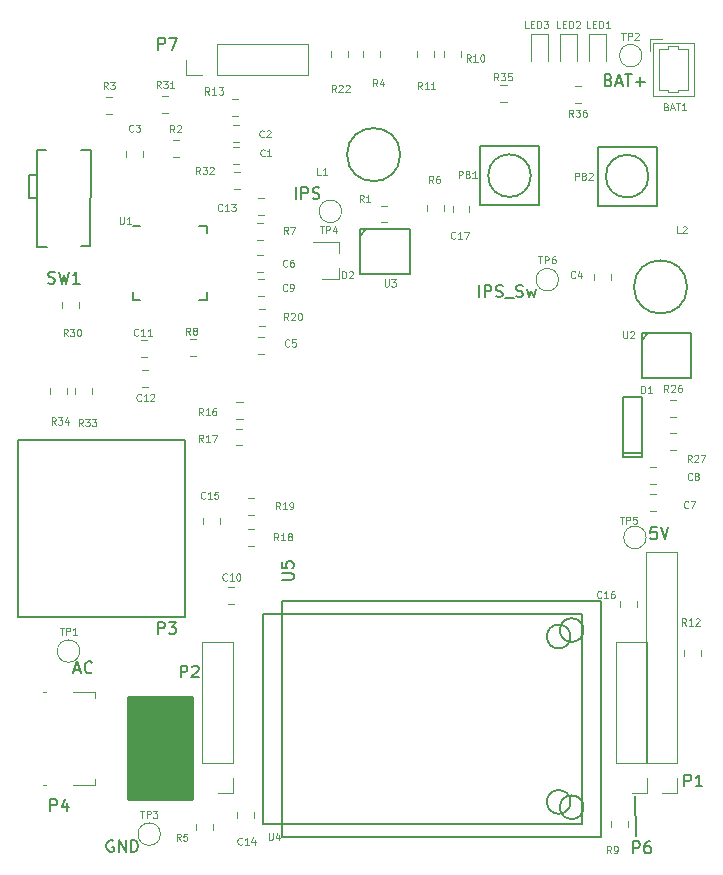
<source format=gbr>
G04 #@! TF.GenerationSoftware,KiCad,Pcbnew,(6.0.0-rc1-dev-1413-ga48e89956)*
G04 #@! TF.CreationDate,2019-10-25T09:50:34-06:00
G04 #@! TF.ProjectId,HAT_ver_5.1,4841545f-7665-4725-9f35-2e312e6b6963,5.1.1*
G04 #@! TF.SameCoordinates,Original*
G04 #@! TF.FileFunction,Legend,Top*
G04 #@! TF.FilePolarity,Positive*
%FSLAX46Y46*%
G04 Gerber Fmt 4.6, Leading zero omitted, Abs format (unit mm)*
G04 Created by KiCad (PCBNEW (6.0.0-rc1-dev-1413-ga48e89956)) date Friday, October 25, 2019 at 09:50:34 AM*
%MOMM*%
%LPD*%
G04 APERTURE LIST*
%ADD10C,0.150000*%
%ADD11C,0.120000*%
%ADD12C,0.100000*%
%ADD13C,0.254000*%
G04 APERTURE END LIST*
D10*
X166857657Y-86736180D02*
X166857657Y-85736180D01*
X167333847Y-86736180D02*
X167333847Y-85736180D01*
X167714800Y-85736180D01*
X167810038Y-85783800D01*
X167857657Y-85831419D01*
X167905276Y-85926657D01*
X167905276Y-86069514D01*
X167857657Y-86164752D01*
X167810038Y-86212371D01*
X167714800Y-86259990D01*
X167333847Y-86259990D01*
X168286228Y-86688561D02*
X168429085Y-86736180D01*
X168667180Y-86736180D01*
X168762419Y-86688561D01*
X168810038Y-86640942D01*
X168857657Y-86545704D01*
X168857657Y-86450466D01*
X168810038Y-86355228D01*
X168762419Y-86307609D01*
X168667180Y-86259990D01*
X168476704Y-86212371D01*
X168381466Y-86164752D01*
X168333847Y-86117133D01*
X168286228Y-86021895D01*
X168286228Y-85926657D01*
X168333847Y-85831419D01*
X168381466Y-85783800D01*
X168476704Y-85736180D01*
X168714800Y-85736180D01*
X168857657Y-85783800D01*
X169048133Y-86831419D02*
X169810038Y-86831419D01*
X170000514Y-86688561D02*
X170143371Y-86736180D01*
X170381466Y-86736180D01*
X170476704Y-86688561D01*
X170524323Y-86640942D01*
X170571942Y-86545704D01*
X170571942Y-86450466D01*
X170524323Y-86355228D01*
X170476704Y-86307609D01*
X170381466Y-86259990D01*
X170190990Y-86212371D01*
X170095752Y-86164752D01*
X170048133Y-86117133D01*
X170000514Y-86021895D01*
X170000514Y-85926657D01*
X170048133Y-85831419D01*
X170095752Y-85783800D01*
X170190990Y-85736180D01*
X170429085Y-85736180D01*
X170571942Y-85783800D01*
X170905276Y-86069514D02*
X171095752Y-86736180D01*
X171286228Y-86259990D01*
X171476704Y-86736180D01*
X171667180Y-86069514D01*
X180162200Y-132334000D02*
X180086000Y-128955800D01*
X151347609Y-78430380D02*
X151347609Y-77430380D01*
X151823800Y-78430380D02*
X151823800Y-77430380D01*
X152204752Y-77430380D01*
X152299990Y-77478000D01*
X152347609Y-77525619D01*
X152395228Y-77620857D01*
X152395228Y-77763714D01*
X152347609Y-77858952D01*
X152299990Y-77906571D01*
X152204752Y-77954190D01*
X151823800Y-77954190D01*
X152776180Y-78382761D02*
X152919038Y-78430380D01*
X153157133Y-78430380D01*
X153252371Y-78382761D01*
X153299990Y-78335142D01*
X153347609Y-78239904D01*
X153347609Y-78144666D01*
X153299990Y-78049428D01*
X153252371Y-78001809D01*
X153157133Y-77954190D01*
X152966657Y-77906571D01*
X152871419Y-77858952D01*
X152823800Y-77811333D01*
X152776180Y-77716095D01*
X152776180Y-77620857D01*
X152823800Y-77525619D01*
X152871419Y-77478000D01*
X152966657Y-77430380D01*
X153204752Y-77430380D01*
X153347609Y-77478000D01*
X135890095Y-132773800D02*
X135794857Y-132726180D01*
X135652000Y-132726180D01*
X135509142Y-132773800D01*
X135413904Y-132869038D01*
X135366285Y-132964276D01*
X135318666Y-133154752D01*
X135318666Y-133297609D01*
X135366285Y-133488085D01*
X135413904Y-133583323D01*
X135509142Y-133678561D01*
X135652000Y-133726180D01*
X135747238Y-133726180D01*
X135890095Y-133678561D01*
X135937714Y-133630942D01*
X135937714Y-133297609D01*
X135747238Y-133297609D01*
X136366285Y-133726180D02*
X136366285Y-132726180D01*
X136937714Y-133726180D01*
X136937714Y-132726180D01*
X137413904Y-133726180D02*
X137413904Y-132726180D01*
X137652000Y-132726180D01*
X137794857Y-132773800D01*
X137890095Y-132869038D01*
X137937714Y-132964276D01*
X137985333Y-133154752D01*
X137985333Y-133297609D01*
X137937714Y-133488085D01*
X137890095Y-133583323D01*
X137794857Y-133678561D01*
X137652000Y-133726180D01*
X137413904Y-133726180D01*
X177839857Y-68356171D02*
X177982714Y-68403790D01*
X178030333Y-68451409D01*
X178077952Y-68546647D01*
X178077952Y-68689504D01*
X178030333Y-68784742D01*
X177982714Y-68832361D01*
X177887476Y-68879980D01*
X177506523Y-68879980D01*
X177506523Y-67879980D01*
X177839857Y-67879980D01*
X177935095Y-67927600D01*
X177982714Y-67975219D01*
X178030333Y-68070457D01*
X178030333Y-68165695D01*
X177982714Y-68260933D01*
X177935095Y-68308552D01*
X177839857Y-68356171D01*
X177506523Y-68356171D01*
X178458904Y-68594266D02*
X178935095Y-68594266D01*
X178363666Y-68879980D02*
X178697000Y-67879980D01*
X179030333Y-68879980D01*
X179220809Y-67879980D02*
X179792238Y-67879980D01*
X179506523Y-68879980D02*
X179506523Y-67879980D01*
X180125571Y-68499028D02*
X180887476Y-68499028D01*
X180506523Y-68879980D02*
X180506523Y-68118076D01*
X132611904Y-118302066D02*
X133088095Y-118302066D01*
X132516666Y-118587780D02*
X132850000Y-117587780D01*
X133183333Y-118587780D01*
X134088095Y-118492542D02*
X134040476Y-118540161D01*
X133897619Y-118587780D01*
X133802380Y-118587780D01*
X133659523Y-118540161D01*
X133564285Y-118444923D01*
X133516666Y-118349685D01*
X133469047Y-118159209D01*
X133469047Y-118016352D01*
X133516666Y-117825876D01*
X133564285Y-117730638D01*
X133659523Y-117635400D01*
X133802380Y-117587780D01*
X133897619Y-117587780D01*
X134040476Y-117635400D01*
X134088095Y-117683019D01*
X181902123Y-106233980D02*
X181425933Y-106233980D01*
X181378314Y-106710171D01*
X181425933Y-106662552D01*
X181521171Y-106614933D01*
X181759266Y-106614933D01*
X181854504Y-106662552D01*
X181902123Y-106710171D01*
X181949742Y-106805409D01*
X181949742Y-107043504D01*
X181902123Y-107138742D01*
X181854504Y-107186361D01*
X181759266Y-107233980D01*
X181521171Y-107233980D01*
X181425933Y-107186361D01*
X181378314Y-107138742D01*
X182235457Y-106233980D02*
X182568790Y-107233980D01*
X182902123Y-106233980D01*
X177203000Y-132428000D02*
X177203000Y-112428000D01*
X150203000Y-132428000D02*
X177203000Y-132428000D01*
X150203000Y-112428000D02*
X150203000Y-132428000D01*
X177203000Y-112428000D02*
X150203000Y-112428000D01*
X175703000Y-129928000D02*
G75*
G03X175703000Y-129928000I-1000000J0D01*
G01*
X175703000Y-114928000D02*
G75*
G03X175703000Y-114928000I-1000000J0D01*
G01*
D11*
X159110178Y-78995200D02*
X158593022Y-78995200D01*
X159110178Y-80415200D02*
X158593022Y-80415200D01*
X166038600Y-79504278D02*
X166038600Y-78987122D01*
X164618600Y-79504278D02*
X164618600Y-78987122D01*
D10*
X174602800Y-129478800D02*
G75*
G03X174602800Y-129478800I-1000000J0D01*
G01*
X174602800Y-115478800D02*
G75*
G03X174602800Y-115478800I-1000000J0D01*
G01*
X162302800Y-113578800D02*
X175602800Y-113578800D01*
X175602800Y-113578800D02*
X175602800Y-131378800D01*
X175602800Y-131378800D02*
X148602800Y-131378800D01*
X148602800Y-131378800D02*
X148602800Y-113578800D01*
X148602800Y-113578800D02*
X162302800Y-113578800D01*
D11*
X183651200Y-108312000D02*
X180991200Y-108312000D01*
X183651200Y-126152000D02*
X183651200Y-108312000D01*
X180991200Y-126152000D02*
X180991200Y-108312000D01*
X183651200Y-126152000D02*
X180991200Y-126152000D01*
X183651200Y-127422000D02*
X183651200Y-128752000D01*
X183651200Y-128752000D02*
X182321200Y-128752000D01*
D10*
X129424400Y-76384400D02*
X128724400Y-76384400D01*
X128724400Y-76384400D02*
X128724400Y-78384400D01*
X128724400Y-78384400D02*
X129324400Y-78384400D01*
X129424400Y-82384400D02*
X129424400Y-82484400D01*
X129424400Y-82484400D02*
X130324400Y-82484400D01*
X130224400Y-74284400D02*
X129424400Y-74284400D01*
X129424400Y-74284400D02*
X129424400Y-82384400D01*
X133124400Y-74284400D02*
X134024400Y-74284400D01*
X134024400Y-74284400D02*
X133924400Y-82384400D01*
X133924400Y-82384400D02*
X133124400Y-82384400D01*
X171239576Y-76454000D02*
G75*
G03X171239576Y-76454000I-1802776J0D01*
G01*
X166936800Y-78954000D02*
X166936800Y-73954000D01*
X166936800Y-73954000D02*
X171936800Y-73954000D01*
X171936800Y-73954000D02*
X171936800Y-78954000D01*
X171936800Y-78954000D02*
X166936800Y-78954000D01*
X181127600Y-89794000D02*
X180627600Y-90394000D01*
X180627600Y-89794000D02*
X184827600Y-89794000D01*
X184827600Y-89794000D02*
X184827600Y-93594000D01*
X184827600Y-93594000D02*
X180627600Y-93594000D01*
X180627600Y-93594000D02*
X180627600Y-89794000D01*
X157302400Y-81005600D02*
X156802400Y-81605600D01*
X156802400Y-81005600D02*
X161002400Y-81005600D01*
X161002400Y-81005600D02*
X161002400Y-84805600D01*
X161002400Y-84805600D02*
X156802400Y-84805600D01*
X156802400Y-84805600D02*
X156802400Y-81005600D01*
X160187200Y-74676000D02*
G75*
G03X160187200Y-74676000I-2250000J0D01*
G01*
X180682800Y-99858400D02*
X180682800Y-100258400D01*
X180682800Y-100258400D02*
X179082800Y-100258400D01*
X179082800Y-100258400D02*
X179082800Y-99858400D01*
X180682800Y-99958400D02*
X179082800Y-99958400D01*
X180682800Y-95158400D02*
X180682800Y-99858400D01*
X179082800Y-99858400D02*
X179082800Y-95158400D01*
X179082800Y-95158400D02*
X180682800Y-95158400D01*
X143790200Y-80695000D02*
X143790200Y-81295000D01*
X137540200Y-86945000D02*
X137540200Y-86345000D01*
X143790200Y-86945000D02*
X143790200Y-86345000D01*
X137540200Y-80695000D02*
X138140200Y-80695000D01*
X137540200Y-86945000D02*
X138140200Y-86945000D01*
X143790200Y-86945000D02*
X143190200Y-86945000D01*
X143790200Y-80695000D02*
X143190200Y-80695000D01*
X141935200Y-113817400D02*
X127838200Y-113817400D01*
X127838200Y-98831400D02*
X141935200Y-98831400D01*
X141935200Y-113817400D02*
X141935200Y-98831400D01*
X127838200Y-113817400D02*
X127838200Y-98831400D01*
D11*
X181111200Y-115932000D02*
X178451200Y-115932000D01*
X181111200Y-126152000D02*
X181111200Y-115932000D01*
X178451200Y-126152000D02*
X178451200Y-115932000D01*
X181111200Y-126152000D02*
X178451200Y-126152000D01*
X181111200Y-127422000D02*
X181111200Y-128752000D01*
X181111200Y-128752000D02*
X179781200Y-128752000D01*
X146059200Y-115932000D02*
X143399200Y-115932000D01*
X146059200Y-126152000D02*
X146059200Y-115932000D01*
X143399200Y-126152000D02*
X143399200Y-115932000D01*
X146059200Y-126152000D02*
X143399200Y-126152000D01*
X146059200Y-127422000D02*
X146059200Y-128752000D01*
X146059200Y-128752000D02*
X144729200Y-128752000D01*
X185040000Y-65212000D02*
X181620000Y-65212000D01*
X181620000Y-65212000D02*
X181620000Y-69682000D01*
X181620000Y-69682000D02*
X185040000Y-69682000D01*
X185040000Y-69682000D02*
X185040000Y-65212000D01*
X182130000Y-67447000D02*
X182130000Y-65722000D01*
X182130000Y-65722000D02*
X182880000Y-65722000D01*
X182880000Y-65722000D02*
X182880000Y-65522000D01*
X182880000Y-65522000D02*
X183680000Y-65522000D01*
X183680000Y-65522000D02*
X183680000Y-65722000D01*
X183680000Y-65722000D02*
X184530000Y-65722000D01*
X184530000Y-65722000D02*
X184530000Y-67447000D01*
X182130000Y-67447000D02*
X182130000Y-69172000D01*
X182130000Y-69172000D02*
X182880000Y-69172000D01*
X182880000Y-69172000D02*
X182880000Y-69372000D01*
X182880000Y-69372000D02*
X183680000Y-69372000D01*
X183680000Y-69372000D02*
X183680000Y-69172000D01*
X183680000Y-69172000D02*
X184530000Y-69172000D01*
X184530000Y-69172000D02*
X184530000Y-67447000D01*
X181330000Y-64922000D02*
X182330000Y-64922000D01*
X181330000Y-64922000D02*
X181330000Y-65922000D01*
X144347000Y-131336522D02*
X144347000Y-131853678D01*
X142927000Y-131336522D02*
X142927000Y-131853678D01*
X163879600Y-79478878D02*
X163879600Y-78961722D01*
X162459600Y-79478878D02*
X162459600Y-78961722D01*
X155004800Y-85196800D02*
X155004800Y-84266800D01*
X155004800Y-82036800D02*
X155004800Y-82966800D01*
X155004800Y-82036800D02*
X152844800Y-82036800D01*
X155004800Y-85196800D02*
X153544800Y-85196800D01*
X133055400Y-116713000D02*
G75*
G03X133055400Y-116713000I-950000J0D01*
G01*
X180655000Y-66294000D02*
G75*
G03X180655000Y-66294000I-950000J0D01*
G01*
X139888000Y-132207000D02*
G75*
G03X139888000Y-132207000I-950000J0D01*
G01*
X155229600Y-79476600D02*
G75*
G03X155229600Y-79476600I-950000J0D01*
G01*
X181010600Y-107086400D02*
G75*
G03X181010600Y-107086400I-950000J0D01*
G01*
X184227400Y-117123978D02*
X184227400Y-116606822D01*
X185647400Y-117123978D02*
X185647400Y-116606822D01*
X146020022Y-74067600D02*
X146537178Y-74067600D01*
X146020022Y-75487600D02*
X146537178Y-75487600D01*
X146020022Y-72188000D02*
X146537178Y-72188000D01*
X146020022Y-73608000D02*
X146537178Y-73608000D01*
X138428800Y-74366622D02*
X138428800Y-74883778D01*
X137008800Y-74366622D02*
X137008800Y-74883778D01*
X176632800Y-84745822D02*
X176632800Y-85262978D01*
X178052800Y-84745822D02*
X178052800Y-85262978D01*
X148629378Y-90120400D02*
X148112222Y-90120400D01*
X148629378Y-91540400D02*
X148112222Y-91540400D01*
X148543778Y-83160800D02*
X148026622Y-83160800D01*
X148543778Y-84580800D02*
X148026622Y-84580800D01*
X181351422Y-104850000D02*
X181868578Y-104850000D01*
X181351422Y-103430000D02*
X181868578Y-103430000D01*
X181351422Y-101144000D02*
X181868578Y-101144000D01*
X181351422Y-102564000D02*
X181868578Y-102564000D01*
X148680178Y-86663600D02*
X148163022Y-86663600D01*
X148680178Y-85243600D02*
X148163022Y-85243600D01*
X146156178Y-111304000D02*
X145639022Y-111304000D01*
X146156178Y-112724000D02*
X145639022Y-112724000D01*
X138764778Y-91794400D02*
X138247622Y-91794400D01*
X138764778Y-90374400D02*
X138247622Y-90374400D01*
X138875778Y-92914400D02*
X138358622Y-92914400D01*
X138875778Y-94334400D02*
X138358622Y-94334400D01*
X148680178Y-79754800D02*
X148163022Y-79754800D01*
X148680178Y-78334800D02*
X148163022Y-78334800D01*
X146406800Y-130297422D02*
X146406800Y-130814578D01*
X147826800Y-130297422D02*
X147826800Y-130814578D01*
X143511200Y-105973378D02*
X143511200Y-105456222D01*
X144931200Y-105973378D02*
X144931200Y-105456222D01*
X141431778Y-74878000D02*
X140914622Y-74878000D01*
X141431778Y-73458000D02*
X140914622Y-73458000D01*
X135275822Y-69800400D02*
X135792978Y-69800400D01*
X135275822Y-71220400D02*
X135792978Y-71220400D01*
X158444000Y-66425578D02*
X158444000Y-65908422D01*
X157024000Y-66425578D02*
X157024000Y-65908422D01*
X148062222Y-80468400D02*
X148579378Y-80468400D01*
X148062222Y-81888400D02*
X148579378Y-81888400D01*
X142352222Y-90272800D02*
X142869378Y-90272800D01*
X142352222Y-91692800D02*
X142869378Y-91692800D01*
X165302000Y-65883022D02*
X165302000Y-66400178D01*
X163882000Y-65883022D02*
X163882000Y-66400178D01*
X163016000Y-66400178D02*
X163016000Y-65883022D01*
X161596000Y-66400178D02*
X161596000Y-65883022D01*
X146841978Y-97026800D02*
X146324822Y-97026800D01*
X146841978Y-95606800D02*
X146324822Y-95606800D01*
X146816578Y-97867400D02*
X146299422Y-97867400D01*
X146816578Y-99287400D02*
X146299422Y-99287400D01*
X147781778Y-106376400D02*
X147264622Y-106376400D01*
X147781778Y-107796400D02*
X147264622Y-107796400D01*
X147781778Y-105205600D02*
X147264622Y-105205600D01*
X147781778Y-103785600D02*
X147264622Y-103785600D01*
X148731778Y-87732800D02*
X148214622Y-87732800D01*
X148731778Y-89152800D02*
X148214622Y-89152800D01*
X155777000Y-66400178D02*
X155777000Y-65883022D01*
X154357000Y-66400178D02*
X154357000Y-65883022D01*
X183027822Y-95454400D02*
X183544978Y-95454400D01*
X183027822Y-96874400D02*
X183544978Y-96874400D01*
X183544978Y-98248400D02*
X183027822Y-98248400D01*
X183544978Y-99668400D02*
X183027822Y-99668400D01*
X178817200Y-112983778D02*
X178817200Y-112466622D01*
X180237200Y-112983778D02*
X180237200Y-112466622D01*
D10*
X184481800Y-85877400D02*
G75*
G03X184481800Y-85877400I-2250000J0D01*
G01*
X181201576Y-76498000D02*
G75*
G03X181201576Y-76498000I-1802776J0D01*
G01*
X176898800Y-78998000D02*
X176898800Y-73998000D01*
X176898800Y-73998000D02*
X181898800Y-73998000D01*
X181898800Y-73998000D02*
X181898800Y-78998000D01*
X181898800Y-78998000D02*
X176898800Y-78998000D01*
D11*
X178029800Y-131601978D02*
X178029800Y-131084822D01*
X179449800Y-131601978D02*
X179449800Y-131084822D01*
X152358400Y-67954400D02*
X152358400Y-65294400D01*
X144678400Y-67954400D02*
X152358400Y-67954400D01*
X144678400Y-65294400D02*
X152358400Y-65294400D01*
X144678400Y-67954400D02*
X144678400Y-65294400D01*
X143408400Y-67954400D02*
X142078400Y-67954400D01*
X142078400Y-67954400D02*
X142078400Y-66624400D01*
X173593800Y-85267800D02*
G75*
G03X173593800Y-85267800I-950000J0D01*
G01*
X134357200Y-128053800D02*
X134357200Y-127543800D01*
X130167200Y-128053800D02*
X129907200Y-128053800D01*
X134357200Y-128053800D02*
X132447200Y-128053800D01*
X134357200Y-120173800D02*
X134357200Y-120683800D01*
X132447200Y-120173800D02*
X134357200Y-120173800D01*
X129907200Y-120173800D02*
X130167200Y-120173800D01*
X177618600Y-66789200D02*
X177618600Y-64504200D01*
X177618600Y-64504200D02*
X176148600Y-64504200D01*
X176148600Y-64504200D02*
X176148600Y-66789200D01*
X173710200Y-64504200D02*
X173710200Y-66789200D01*
X175180200Y-64504200D02*
X173710200Y-64504200D01*
X175180200Y-66789200D02*
X175180200Y-64504200D01*
X172741800Y-66789200D02*
X172741800Y-64504200D01*
X172741800Y-64504200D02*
X171271800Y-64504200D01*
X171271800Y-64504200D02*
X171271800Y-66789200D01*
X146463278Y-71398200D02*
X145946122Y-71398200D01*
X146463278Y-69978200D02*
X145946122Y-69978200D01*
X133016300Y-87659978D02*
X133016300Y-87142822D01*
X131596300Y-87659978D02*
X131596300Y-87142822D01*
X140048722Y-71118800D02*
X140565878Y-71118800D01*
X140048722Y-69698800D02*
X140565878Y-69698800D01*
X146098522Y-76125000D02*
X146615678Y-76125000D01*
X146098522Y-77545000D02*
X146615678Y-77545000D01*
X132640000Y-94434922D02*
X132640000Y-94952078D01*
X134060000Y-94434922D02*
X134060000Y-94952078D01*
X131951800Y-94430322D02*
X131951800Y-94947478D01*
X130531800Y-94430322D02*
X130531800Y-94947478D01*
X169196278Y-70179000D02*
X168679122Y-70179000D01*
X169196278Y-68759000D02*
X168679122Y-68759000D01*
X175516278Y-68886000D02*
X174999122Y-68886000D01*
X175516278Y-70306000D02*
X174999122Y-70306000D01*
D10*
X150155380Y-110689904D02*
X150964904Y-110689904D01*
X151060142Y-110642285D01*
X151107761Y-110594666D01*
X151155380Y-110499428D01*
X151155380Y-110308952D01*
X151107761Y-110213714D01*
X151060142Y-110166095D01*
X150964904Y-110118476D01*
X150155380Y-110118476D01*
X150155380Y-109166095D02*
X150155380Y-109642285D01*
X150631571Y-109689904D01*
X150583952Y-109642285D01*
X150536333Y-109547047D01*
X150536333Y-109308952D01*
X150583952Y-109213714D01*
X150631571Y-109166095D01*
X150726809Y-109118476D01*
X150964904Y-109118476D01*
X151060142Y-109166095D01*
X151107761Y-109213714D01*
X151155380Y-109308952D01*
X151155380Y-109547047D01*
X151107761Y-109642285D01*
X151060142Y-109689904D01*
D12*
X157100600Y-78681228D02*
X156900600Y-78395514D01*
X156757742Y-78681228D02*
X156757742Y-78081228D01*
X156986314Y-78081228D01*
X157043457Y-78109800D01*
X157072028Y-78138371D01*
X157100600Y-78195514D01*
X157100600Y-78281228D01*
X157072028Y-78338371D01*
X157043457Y-78366942D01*
X156986314Y-78395514D01*
X156757742Y-78395514D01*
X157672028Y-78681228D02*
X157329171Y-78681228D01*
X157500600Y-78681228D02*
X157500600Y-78081228D01*
X157443457Y-78166942D01*
X157386314Y-78224085D01*
X157329171Y-78252657D01*
X164841285Y-81748285D02*
X164812714Y-81776857D01*
X164727000Y-81805428D01*
X164669857Y-81805428D01*
X164584142Y-81776857D01*
X164527000Y-81719714D01*
X164498428Y-81662571D01*
X164469857Y-81548285D01*
X164469857Y-81462571D01*
X164498428Y-81348285D01*
X164527000Y-81291142D01*
X164584142Y-81234000D01*
X164669857Y-81205428D01*
X164727000Y-81205428D01*
X164812714Y-81234000D01*
X164841285Y-81262571D01*
X165412714Y-81805428D02*
X165069857Y-81805428D01*
X165241285Y-81805428D02*
X165241285Y-81205428D01*
X165184142Y-81291142D01*
X165127000Y-81348285D01*
X165069857Y-81376857D01*
X165612714Y-81205428D02*
X166012714Y-81205428D01*
X165755571Y-81805428D01*
X149047257Y-132107028D02*
X149047257Y-132592742D01*
X149075828Y-132649885D01*
X149104400Y-132678457D01*
X149161542Y-132707028D01*
X149275828Y-132707028D01*
X149332971Y-132678457D01*
X149361542Y-132649885D01*
X149390114Y-132592742D01*
X149390114Y-132107028D01*
X149932971Y-132307028D02*
X149932971Y-132707028D01*
X149790114Y-132078457D02*
X149647257Y-132507028D01*
X150018685Y-132507028D01*
D10*
X184250104Y-128163580D02*
X184250104Y-127163580D01*
X184631057Y-127163580D01*
X184726295Y-127211200D01*
X184773914Y-127258819D01*
X184821533Y-127354057D01*
X184821533Y-127496914D01*
X184773914Y-127592152D01*
X184726295Y-127639771D01*
X184631057Y-127687390D01*
X184250104Y-127687390D01*
X185773914Y-128163580D02*
X185202485Y-128163580D01*
X185488200Y-128163580D02*
X185488200Y-127163580D01*
X185392961Y-127306438D01*
X185297723Y-127401676D01*
X185202485Y-127449295D01*
X130391066Y-85545561D02*
X130533923Y-85593180D01*
X130772019Y-85593180D01*
X130867257Y-85545561D01*
X130914876Y-85497942D01*
X130962495Y-85402704D01*
X130962495Y-85307466D01*
X130914876Y-85212228D01*
X130867257Y-85164609D01*
X130772019Y-85116990D01*
X130581542Y-85069371D01*
X130486304Y-85021752D01*
X130438685Y-84974133D01*
X130391066Y-84878895D01*
X130391066Y-84783657D01*
X130438685Y-84688419D01*
X130486304Y-84640800D01*
X130581542Y-84593180D01*
X130819638Y-84593180D01*
X130962495Y-84640800D01*
X131295828Y-84593180D02*
X131533923Y-85593180D01*
X131724400Y-84878895D01*
X131914876Y-85593180D01*
X132152971Y-84593180D01*
X133057733Y-85593180D02*
X132486304Y-85593180D01*
X132772019Y-85593180D02*
X132772019Y-84593180D01*
X132676780Y-84736038D01*
X132581542Y-84831276D01*
X132486304Y-84878895D01*
D12*
X165137942Y-76649228D02*
X165137942Y-76049228D01*
X165366514Y-76049228D01*
X165423657Y-76077800D01*
X165452228Y-76106371D01*
X165480800Y-76163514D01*
X165480800Y-76249228D01*
X165452228Y-76306371D01*
X165423657Y-76334942D01*
X165366514Y-76363514D01*
X165137942Y-76363514D01*
X165937942Y-76334942D02*
X166023657Y-76363514D01*
X166052228Y-76392085D01*
X166080800Y-76449228D01*
X166080800Y-76534942D01*
X166052228Y-76592085D01*
X166023657Y-76620657D01*
X165966514Y-76649228D01*
X165737942Y-76649228D01*
X165737942Y-76049228D01*
X165937942Y-76049228D01*
X165995085Y-76077800D01*
X166023657Y-76106371D01*
X166052228Y-76163514D01*
X166052228Y-76220657D01*
X166023657Y-76277800D01*
X165995085Y-76306371D01*
X165937942Y-76334942D01*
X165737942Y-76334942D01*
X166652228Y-76649228D02*
X166309371Y-76649228D01*
X166480800Y-76649228D02*
X166480800Y-76049228D01*
X166423657Y-76134942D01*
X166366514Y-76192085D01*
X166309371Y-76220657D01*
X179070057Y-89638228D02*
X179070057Y-90123942D01*
X179098628Y-90181085D01*
X179127200Y-90209657D01*
X179184342Y-90238228D01*
X179298628Y-90238228D01*
X179355771Y-90209657D01*
X179384342Y-90181085D01*
X179412914Y-90123942D01*
X179412914Y-89638228D01*
X179670057Y-89695371D02*
X179698628Y-89666800D01*
X179755771Y-89638228D01*
X179898628Y-89638228D01*
X179955771Y-89666800D01*
X179984342Y-89695371D01*
X180012914Y-89752514D01*
X180012914Y-89809657D01*
X179984342Y-89895371D01*
X179641485Y-90238228D01*
X180012914Y-90238228D01*
X158877057Y-85244028D02*
X158877057Y-85729742D01*
X158905628Y-85786885D01*
X158934200Y-85815457D01*
X158991342Y-85844028D01*
X159105628Y-85844028D01*
X159162771Y-85815457D01*
X159191342Y-85786885D01*
X159219914Y-85729742D01*
X159219914Y-85244028D01*
X159448485Y-85244028D02*
X159819914Y-85244028D01*
X159619914Y-85472600D01*
X159705628Y-85472600D01*
X159762771Y-85501171D01*
X159791342Y-85529742D01*
X159819914Y-85586885D01*
X159819914Y-85729742D01*
X159791342Y-85786885D01*
X159762771Y-85815457D01*
X159705628Y-85844028D01*
X159534200Y-85844028D01*
X159477057Y-85815457D01*
X159448485Y-85786885D01*
X153468400Y-76369828D02*
X153182685Y-76369828D01*
X153182685Y-75769828D01*
X153982685Y-76369828D02*
X153639828Y-76369828D01*
X153811257Y-76369828D02*
X153811257Y-75769828D01*
X153754114Y-75855542D01*
X153696971Y-75912685D01*
X153639828Y-75941257D01*
X180608342Y-94861028D02*
X180608342Y-94261028D01*
X180751200Y-94261028D01*
X180836914Y-94289600D01*
X180894057Y-94346742D01*
X180922628Y-94403885D01*
X180951200Y-94518171D01*
X180951200Y-94603885D01*
X180922628Y-94718171D01*
X180894057Y-94775314D01*
X180836914Y-94832457D01*
X180751200Y-94861028D01*
X180608342Y-94861028D01*
X181522628Y-94861028D02*
X181179771Y-94861028D01*
X181351200Y-94861028D02*
X181351200Y-94261028D01*
X181294057Y-94346742D01*
X181236914Y-94403885D01*
X181179771Y-94432457D01*
X136423457Y-79960828D02*
X136423457Y-80446542D01*
X136452028Y-80503685D01*
X136480600Y-80532257D01*
X136537742Y-80560828D01*
X136652028Y-80560828D01*
X136709171Y-80532257D01*
X136737742Y-80503685D01*
X136766314Y-80446542D01*
X136766314Y-79960828D01*
X137366314Y-80560828D02*
X137023457Y-80560828D01*
X137194885Y-80560828D02*
X137194885Y-79960828D01*
X137137742Y-80046542D01*
X137080600Y-80103685D01*
X137023457Y-80132257D01*
D10*
X139673104Y-115260380D02*
X139673104Y-114260380D01*
X140054057Y-114260380D01*
X140149295Y-114308000D01*
X140196914Y-114355619D01*
X140244533Y-114450857D01*
X140244533Y-114593714D01*
X140196914Y-114688952D01*
X140149295Y-114736571D01*
X140054057Y-114784190D01*
X139673104Y-114784190D01*
X140577866Y-114260380D02*
X141196914Y-114260380D01*
X140863580Y-114641333D01*
X141006438Y-114641333D01*
X141101676Y-114688952D01*
X141149295Y-114736571D01*
X141196914Y-114831809D01*
X141196914Y-115069904D01*
X141149295Y-115165142D01*
X141101676Y-115212761D01*
X141006438Y-115260380D01*
X140720723Y-115260380D01*
X140625485Y-115212761D01*
X140577866Y-115165142D01*
X179906704Y-133827780D02*
X179906704Y-132827780D01*
X180287657Y-132827780D01*
X180382895Y-132875400D01*
X180430514Y-132923019D01*
X180478133Y-133018257D01*
X180478133Y-133161114D01*
X180430514Y-133256352D01*
X180382895Y-133303971D01*
X180287657Y-133351590D01*
X179906704Y-133351590D01*
X181335276Y-132827780D02*
X181144800Y-132827780D01*
X181049561Y-132875400D01*
X181001942Y-132923019D01*
X180906704Y-133065876D01*
X180859085Y-133256352D01*
X180859085Y-133637304D01*
X180906704Y-133732542D01*
X180954323Y-133780161D01*
X181049561Y-133827780D01*
X181240038Y-133827780D01*
X181335276Y-133780161D01*
X181382895Y-133732542D01*
X181430514Y-133637304D01*
X181430514Y-133399209D01*
X181382895Y-133303971D01*
X181335276Y-133256352D01*
X181240038Y-133208733D01*
X181049561Y-133208733D01*
X180954323Y-133256352D01*
X180906704Y-133303971D01*
X180859085Y-133399209D01*
X141603504Y-118943380D02*
X141603504Y-117943380D01*
X141984457Y-117943380D01*
X142079695Y-117991000D01*
X142127314Y-118038619D01*
X142174933Y-118133857D01*
X142174933Y-118276714D01*
X142127314Y-118371952D01*
X142079695Y-118419571D01*
X141984457Y-118467190D01*
X141603504Y-118467190D01*
X142555885Y-118038619D02*
X142603504Y-117991000D01*
X142698742Y-117943380D01*
X142936838Y-117943380D01*
X143032076Y-117991000D01*
X143079695Y-118038619D01*
X143127314Y-118133857D01*
X143127314Y-118229095D01*
X143079695Y-118371952D01*
X142508266Y-118943380D01*
X143127314Y-118943380D01*
D12*
X182710228Y-70619942D02*
X182795942Y-70648514D01*
X182824514Y-70677085D01*
X182853085Y-70734228D01*
X182853085Y-70819942D01*
X182824514Y-70877085D01*
X182795942Y-70905657D01*
X182738800Y-70934228D01*
X182510228Y-70934228D01*
X182510228Y-70334228D01*
X182710228Y-70334228D01*
X182767371Y-70362800D01*
X182795942Y-70391371D01*
X182824514Y-70448514D01*
X182824514Y-70505657D01*
X182795942Y-70562800D01*
X182767371Y-70591371D01*
X182710228Y-70619942D01*
X182510228Y-70619942D01*
X183081657Y-70762800D02*
X183367371Y-70762800D01*
X183024514Y-70934228D02*
X183224514Y-70334228D01*
X183424514Y-70934228D01*
X183538800Y-70334228D02*
X183881657Y-70334228D01*
X183710228Y-70934228D02*
X183710228Y-70334228D01*
X184395942Y-70934228D02*
X184053085Y-70934228D01*
X184224514Y-70934228D02*
X184224514Y-70334228D01*
X184167371Y-70419942D01*
X184110228Y-70477085D01*
X184053085Y-70505657D01*
X141606600Y-132757828D02*
X141406600Y-132472114D01*
X141263742Y-132757828D02*
X141263742Y-132157828D01*
X141492314Y-132157828D01*
X141549457Y-132186400D01*
X141578028Y-132214971D01*
X141606600Y-132272114D01*
X141606600Y-132357828D01*
X141578028Y-132414971D01*
X141549457Y-132443542D01*
X141492314Y-132472114D01*
X141263742Y-132472114D01*
X142149457Y-132157828D02*
X141863742Y-132157828D01*
X141835171Y-132443542D01*
X141863742Y-132414971D01*
X141920885Y-132386400D01*
X142063742Y-132386400D01*
X142120885Y-132414971D01*
X142149457Y-132443542D01*
X142178028Y-132500685D01*
X142178028Y-132643542D01*
X142149457Y-132700685D01*
X142120885Y-132729257D01*
X142063742Y-132757828D01*
X141920885Y-132757828D01*
X141863742Y-132729257D01*
X141835171Y-132700685D01*
X162993400Y-77081028D02*
X162793400Y-76795314D01*
X162650542Y-77081028D02*
X162650542Y-76481028D01*
X162879114Y-76481028D01*
X162936257Y-76509600D01*
X162964828Y-76538171D01*
X162993400Y-76595314D01*
X162993400Y-76681028D01*
X162964828Y-76738171D01*
X162936257Y-76766742D01*
X162879114Y-76795314D01*
X162650542Y-76795314D01*
X163507685Y-76481028D02*
X163393400Y-76481028D01*
X163336257Y-76509600D01*
X163307685Y-76538171D01*
X163250542Y-76623885D01*
X163221971Y-76738171D01*
X163221971Y-76966742D01*
X163250542Y-77023885D01*
X163279114Y-77052457D01*
X163336257Y-77081028D01*
X163450542Y-77081028D01*
X163507685Y-77052457D01*
X163536257Y-77023885D01*
X163564828Y-76966742D01*
X163564828Y-76823885D01*
X163536257Y-76766742D01*
X163507685Y-76738171D01*
X163450542Y-76709600D01*
X163336257Y-76709600D01*
X163279114Y-76738171D01*
X163250542Y-76766742D01*
X163221971Y-76823885D01*
X155284542Y-85158228D02*
X155284542Y-84558228D01*
X155427400Y-84558228D01*
X155513114Y-84586800D01*
X155570257Y-84643942D01*
X155598828Y-84701085D01*
X155627400Y-84815371D01*
X155627400Y-84901085D01*
X155598828Y-85015371D01*
X155570257Y-85072514D01*
X155513114Y-85129657D01*
X155427400Y-85158228D01*
X155284542Y-85158228D01*
X155855971Y-84615371D02*
X155884542Y-84586800D01*
X155941685Y-84558228D01*
X156084542Y-84558228D01*
X156141685Y-84586800D01*
X156170257Y-84615371D01*
X156198828Y-84672514D01*
X156198828Y-84729657D01*
X156170257Y-84815371D01*
X155827400Y-85158228D01*
X156198828Y-85158228D01*
X131348257Y-114736428D02*
X131691114Y-114736428D01*
X131519685Y-115336428D02*
X131519685Y-114736428D01*
X131891114Y-115336428D02*
X131891114Y-114736428D01*
X132119685Y-114736428D01*
X132176828Y-114765000D01*
X132205400Y-114793571D01*
X132233971Y-114850714D01*
X132233971Y-114936428D01*
X132205400Y-114993571D01*
X132176828Y-115022142D01*
X132119685Y-115050714D01*
X131891114Y-115050714D01*
X132805400Y-115336428D02*
X132462542Y-115336428D01*
X132633971Y-115336428D02*
X132633971Y-114736428D01*
X132576828Y-114822142D01*
X132519685Y-114879285D01*
X132462542Y-114907857D01*
X178922457Y-64339828D02*
X179265314Y-64339828D01*
X179093885Y-64939828D02*
X179093885Y-64339828D01*
X179465314Y-64939828D02*
X179465314Y-64339828D01*
X179693885Y-64339828D01*
X179751028Y-64368400D01*
X179779600Y-64396971D01*
X179808171Y-64454114D01*
X179808171Y-64539828D01*
X179779600Y-64596971D01*
X179751028Y-64625542D01*
X179693885Y-64654114D01*
X179465314Y-64654114D01*
X180036742Y-64396971D02*
X180065314Y-64368400D01*
X180122457Y-64339828D01*
X180265314Y-64339828D01*
X180322457Y-64368400D01*
X180351028Y-64396971D01*
X180379600Y-64454114D01*
X180379600Y-64511257D01*
X180351028Y-64596971D01*
X180008171Y-64939828D01*
X180379600Y-64939828D01*
X138180857Y-130230428D02*
X138523714Y-130230428D01*
X138352285Y-130830428D02*
X138352285Y-130230428D01*
X138723714Y-130830428D02*
X138723714Y-130230428D01*
X138952285Y-130230428D01*
X139009428Y-130259000D01*
X139038000Y-130287571D01*
X139066571Y-130344714D01*
X139066571Y-130430428D01*
X139038000Y-130487571D01*
X139009428Y-130516142D01*
X138952285Y-130544714D01*
X138723714Y-130544714D01*
X139266571Y-130230428D02*
X139638000Y-130230428D01*
X139438000Y-130459000D01*
X139523714Y-130459000D01*
X139580857Y-130487571D01*
X139609428Y-130516142D01*
X139638000Y-130573285D01*
X139638000Y-130716142D01*
X139609428Y-130773285D01*
X139580857Y-130801857D01*
X139523714Y-130830428D01*
X139352285Y-130830428D01*
X139295142Y-130801857D01*
X139266571Y-130773285D01*
X153370057Y-80722828D02*
X153712914Y-80722828D01*
X153541485Y-81322828D02*
X153541485Y-80722828D01*
X153912914Y-81322828D02*
X153912914Y-80722828D01*
X154141485Y-80722828D01*
X154198628Y-80751400D01*
X154227200Y-80779971D01*
X154255771Y-80837114D01*
X154255771Y-80922828D01*
X154227200Y-80979971D01*
X154198628Y-81008542D01*
X154141485Y-81037114D01*
X153912914Y-81037114D01*
X154770057Y-80922828D02*
X154770057Y-81322828D01*
X154627200Y-80694257D02*
X154484342Y-81122828D01*
X154855771Y-81122828D01*
X178770057Y-105335428D02*
X179112914Y-105335428D01*
X178941485Y-105935428D02*
X178941485Y-105335428D01*
X179312914Y-105935428D02*
X179312914Y-105335428D01*
X179541485Y-105335428D01*
X179598628Y-105364000D01*
X179627200Y-105392571D01*
X179655771Y-105449714D01*
X179655771Y-105535428D01*
X179627200Y-105592571D01*
X179598628Y-105621142D01*
X179541485Y-105649714D01*
X179312914Y-105649714D01*
X180198628Y-105335428D02*
X179912914Y-105335428D01*
X179884342Y-105621142D01*
X179912914Y-105592571D01*
X179970057Y-105564000D01*
X180112914Y-105564000D01*
X180170057Y-105592571D01*
X180198628Y-105621142D01*
X180227200Y-105678285D01*
X180227200Y-105821142D01*
X180198628Y-105878285D01*
X180170057Y-105906857D01*
X180112914Y-105935428D01*
X179970057Y-105935428D01*
X179912914Y-105906857D01*
X179884342Y-105878285D01*
X184399285Y-114546028D02*
X184199285Y-114260314D01*
X184056428Y-114546028D02*
X184056428Y-113946028D01*
X184285000Y-113946028D01*
X184342142Y-113974600D01*
X184370714Y-114003171D01*
X184399285Y-114060314D01*
X184399285Y-114146028D01*
X184370714Y-114203171D01*
X184342142Y-114231742D01*
X184285000Y-114260314D01*
X184056428Y-114260314D01*
X184970714Y-114546028D02*
X184627857Y-114546028D01*
X184799285Y-114546028D02*
X184799285Y-113946028D01*
X184742142Y-114031742D01*
X184685000Y-114088885D01*
X184627857Y-114117457D01*
X185199285Y-114003171D02*
X185227857Y-113974600D01*
X185285000Y-113946028D01*
X185427857Y-113946028D01*
X185485000Y-113974600D01*
X185513571Y-114003171D01*
X185542142Y-114060314D01*
X185542142Y-114117457D01*
X185513571Y-114203171D01*
X185170714Y-114546028D01*
X185542142Y-114546028D01*
X148718600Y-74763285D02*
X148690028Y-74791857D01*
X148604314Y-74820428D01*
X148547171Y-74820428D01*
X148461457Y-74791857D01*
X148404314Y-74734714D01*
X148375742Y-74677571D01*
X148347171Y-74563285D01*
X148347171Y-74477571D01*
X148375742Y-74363285D01*
X148404314Y-74306142D01*
X148461457Y-74249000D01*
X148547171Y-74220428D01*
X148604314Y-74220428D01*
X148690028Y-74249000D01*
X148718600Y-74277571D01*
X149290028Y-74820428D02*
X148947171Y-74820428D01*
X149118600Y-74820428D02*
X149118600Y-74220428D01*
X149061457Y-74306142D01*
X149004314Y-74363285D01*
X148947171Y-74391857D01*
X148642400Y-73163085D02*
X148613828Y-73191657D01*
X148528114Y-73220228D01*
X148470971Y-73220228D01*
X148385257Y-73191657D01*
X148328114Y-73134514D01*
X148299542Y-73077371D01*
X148270971Y-72963085D01*
X148270971Y-72877371D01*
X148299542Y-72763085D01*
X148328114Y-72705942D01*
X148385257Y-72648800D01*
X148470971Y-72620228D01*
X148528114Y-72620228D01*
X148613828Y-72648800D01*
X148642400Y-72677371D01*
X148870971Y-72677371D02*
X148899542Y-72648800D01*
X148956685Y-72620228D01*
X149099542Y-72620228D01*
X149156685Y-72648800D01*
X149185257Y-72677371D01*
X149213828Y-72734514D01*
X149213828Y-72791657D01*
X149185257Y-72877371D01*
X148842400Y-73220228D01*
X149213828Y-73220228D01*
X137593400Y-72680485D02*
X137564828Y-72709057D01*
X137479114Y-72737628D01*
X137421971Y-72737628D01*
X137336257Y-72709057D01*
X137279114Y-72651914D01*
X137250542Y-72594771D01*
X137221971Y-72480485D01*
X137221971Y-72394771D01*
X137250542Y-72280485D01*
X137279114Y-72223342D01*
X137336257Y-72166200D01*
X137421971Y-72137628D01*
X137479114Y-72137628D01*
X137564828Y-72166200D01*
X137593400Y-72194771D01*
X137793400Y-72137628D02*
X138164828Y-72137628D01*
X137964828Y-72366200D01*
X138050542Y-72366200D01*
X138107685Y-72394771D01*
X138136257Y-72423342D01*
X138164828Y-72480485D01*
X138164828Y-72623342D01*
X138136257Y-72680485D01*
X138107685Y-72709057D01*
X138050542Y-72737628D01*
X137879114Y-72737628D01*
X137821971Y-72709057D01*
X137793400Y-72680485D01*
X174982200Y-85075685D02*
X174953628Y-85104257D01*
X174867914Y-85132828D01*
X174810771Y-85132828D01*
X174725057Y-85104257D01*
X174667914Y-85047114D01*
X174639342Y-84989971D01*
X174610771Y-84875685D01*
X174610771Y-84789971D01*
X174639342Y-84675685D01*
X174667914Y-84618542D01*
X174725057Y-84561400D01*
X174810771Y-84532828D01*
X174867914Y-84532828D01*
X174953628Y-84561400D01*
X174982200Y-84589971D01*
X175496485Y-84732828D02*
X175496485Y-85132828D01*
X175353628Y-84504257D02*
X175210771Y-84932828D01*
X175582200Y-84932828D01*
X150801400Y-90866885D02*
X150772828Y-90895457D01*
X150687114Y-90924028D01*
X150629971Y-90924028D01*
X150544257Y-90895457D01*
X150487114Y-90838314D01*
X150458542Y-90781171D01*
X150429971Y-90666885D01*
X150429971Y-90581171D01*
X150458542Y-90466885D01*
X150487114Y-90409742D01*
X150544257Y-90352600D01*
X150629971Y-90324028D01*
X150687114Y-90324028D01*
X150772828Y-90352600D01*
X150801400Y-90381171D01*
X151344257Y-90324028D02*
X151058542Y-90324028D01*
X151029971Y-90609742D01*
X151058542Y-90581171D01*
X151115685Y-90552600D01*
X151258542Y-90552600D01*
X151315685Y-90581171D01*
X151344257Y-90609742D01*
X151372828Y-90666885D01*
X151372828Y-90809742D01*
X151344257Y-90866885D01*
X151315685Y-90895457D01*
X151258542Y-90924028D01*
X151115685Y-90924028D01*
X151058542Y-90895457D01*
X151029971Y-90866885D01*
X150623600Y-84110485D02*
X150595028Y-84139057D01*
X150509314Y-84167628D01*
X150452171Y-84167628D01*
X150366457Y-84139057D01*
X150309314Y-84081914D01*
X150280742Y-84024771D01*
X150252171Y-83910485D01*
X150252171Y-83824771D01*
X150280742Y-83710485D01*
X150309314Y-83653342D01*
X150366457Y-83596200D01*
X150452171Y-83567628D01*
X150509314Y-83567628D01*
X150595028Y-83596200D01*
X150623600Y-83624771D01*
X151137885Y-83567628D02*
X151023600Y-83567628D01*
X150966457Y-83596200D01*
X150937885Y-83624771D01*
X150880742Y-83710485D01*
X150852171Y-83824771D01*
X150852171Y-84053342D01*
X150880742Y-84110485D01*
X150909314Y-84139057D01*
X150966457Y-84167628D01*
X151080742Y-84167628D01*
X151137885Y-84139057D01*
X151166457Y-84110485D01*
X151195028Y-84053342D01*
X151195028Y-83910485D01*
X151166457Y-83853342D01*
X151137885Y-83824771D01*
X151080742Y-83796200D01*
X150966457Y-83796200D01*
X150909314Y-83824771D01*
X150880742Y-83853342D01*
X150852171Y-83910485D01*
X184583400Y-104557485D02*
X184554828Y-104586057D01*
X184469114Y-104614628D01*
X184411971Y-104614628D01*
X184326257Y-104586057D01*
X184269114Y-104528914D01*
X184240542Y-104471771D01*
X184211971Y-104357485D01*
X184211971Y-104271771D01*
X184240542Y-104157485D01*
X184269114Y-104100342D01*
X184326257Y-104043200D01*
X184411971Y-104014628D01*
X184469114Y-104014628D01*
X184554828Y-104043200D01*
X184583400Y-104071771D01*
X184783400Y-104014628D02*
X185183400Y-104014628D01*
X184926257Y-104614628D01*
X184888200Y-102169885D02*
X184859628Y-102198457D01*
X184773914Y-102227028D01*
X184716771Y-102227028D01*
X184631057Y-102198457D01*
X184573914Y-102141314D01*
X184545342Y-102084171D01*
X184516771Y-101969885D01*
X184516771Y-101884171D01*
X184545342Y-101769885D01*
X184573914Y-101712742D01*
X184631057Y-101655600D01*
X184716771Y-101627028D01*
X184773914Y-101627028D01*
X184859628Y-101655600D01*
X184888200Y-101684171D01*
X185231057Y-101884171D02*
X185173914Y-101855600D01*
X185145342Y-101827028D01*
X185116771Y-101769885D01*
X185116771Y-101741314D01*
X185145342Y-101684171D01*
X185173914Y-101655600D01*
X185231057Y-101627028D01*
X185345342Y-101627028D01*
X185402485Y-101655600D01*
X185431057Y-101684171D01*
X185459628Y-101741314D01*
X185459628Y-101769885D01*
X185431057Y-101827028D01*
X185402485Y-101855600D01*
X185345342Y-101884171D01*
X185231057Y-101884171D01*
X185173914Y-101912742D01*
X185145342Y-101941314D01*
X185116771Y-101998457D01*
X185116771Y-102112742D01*
X185145342Y-102169885D01*
X185173914Y-102198457D01*
X185231057Y-102227028D01*
X185345342Y-102227028D01*
X185402485Y-102198457D01*
X185431057Y-102169885D01*
X185459628Y-102112742D01*
X185459628Y-101998457D01*
X185431057Y-101941314D01*
X185402485Y-101912742D01*
X185345342Y-101884171D01*
X150598200Y-86167885D02*
X150569628Y-86196457D01*
X150483914Y-86225028D01*
X150426771Y-86225028D01*
X150341057Y-86196457D01*
X150283914Y-86139314D01*
X150255342Y-86082171D01*
X150226771Y-85967885D01*
X150226771Y-85882171D01*
X150255342Y-85767885D01*
X150283914Y-85710742D01*
X150341057Y-85653600D01*
X150426771Y-85625028D01*
X150483914Y-85625028D01*
X150569628Y-85653600D01*
X150598200Y-85682171D01*
X150883914Y-86225028D02*
X150998200Y-86225028D01*
X151055342Y-86196457D01*
X151083914Y-86167885D01*
X151141057Y-86082171D01*
X151169628Y-85967885D01*
X151169628Y-85739314D01*
X151141057Y-85682171D01*
X151112485Y-85653600D01*
X151055342Y-85625028D01*
X150941057Y-85625028D01*
X150883914Y-85653600D01*
X150855342Y-85682171D01*
X150826771Y-85739314D01*
X150826771Y-85882171D01*
X150855342Y-85939314D01*
X150883914Y-85967885D01*
X150941057Y-85996457D01*
X151055342Y-85996457D01*
X151112485Y-85967885D01*
X151141057Y-85939314D01*
X151169628Y-85882171D01*
X145511885Y-110678885D02*
X145483314Y-110707457D01*
X145397600Y-110736028D01*
X145340457Y-110736028D01*
X145254742Y-110707457D01*
X145197600Y-110650314D01*
X145169028Y-110593171D01*
X145140457Y-110478885D01*
X145140457Y-110393171D01*
X145169028Y-110278885D01*
X145197600Y-110221742D01*
X145254742Y-110164600D01*
X145340457Y-110136028D01*
X145397600Y-110136028D01*
X145483314Y-110164600D01*
X145511885Y-110193171D01*
X146083314Y-110736028D02*
X145740457Y-110736028D01*
X145911885Y-110736028D02*
X145911885Y-110136028D01*
X145854742Y-110221742D01*
X145797600Y-110278885D01*
X145740457Y-110307457D01*
X146454742Y-110136028D02*
X146511885Y-110136028D01*
X146569028Y-110164600D01*
X146597600Y-110193171D01*
X146626171Y-110250314D01*
X146654742Y-110364600D01*
X146654742Y-110507457D01*
X146626171Y-110621742D01*
X146597600Y-110678885D01*
X146569028Y-110707457D01*
X146511885Y-110736028D01*
X146454742Y-110736028D01*
X146397600Y-110707457D01*
X146369028Y-110678885D01*
X146340457Y-110621742D01*
X146311885Y-110507457D01*
X146311885Y-110364600D01*
X146340457Y-110250314D01*
X146369028Y-110193171D01*
X146397600Y-110164600D01*
X146454742Y-110136028D01*
X137993485Y-89952485D02*
X137964914Y-89981057D01*
X137879200Y-90009628D01*
X137822057Y-90009628D01*
X137736342Y-89981057D01*
X137679200Y-89923914D01*
X137650628Y-89866771D01*
X137622057Y-89752485D01*
X137622057Y-89666771D01*
X137650628Y-89552485D01*
X137679200Y-89495342D01*
X137736342Y-89438200D01*
X137822057Y-89409628D01*
X137879200Y-89409628D01*
X137964914Y-89438200D01*
X137993485Y-89466771D01*
X138564914Y-90009628D02*
X138222057Y-90009628D01*
X138393485Y-90009628D02*
X138393485Y-89409628D01*
X138336342Y-89495342D01*
X138279200Y-89552485D01*
X138222057Y-89581057D01*
X139136342Y-90009628D02*
X138793485Y-90009628D01*
X138964914Y-90009628D02*
X138964914Y-89409628D01*
X138907771Y-89495342D01*
X138850628Y-89552485D01*
X138793485Y-89581057D01*
X138231485Y-95488685D02*
X138202914Y-95517257D01*
X138117200Y-95545828D01*
X138060057Y-95545828D01*
X137974342Y-95517257D01*
X137917200Y-95460114D01*
X137888628Y-95402971D01*
X137860057Y-95288685D01*
X137860057Y-95202971D01*
X137888628Y-95088685D01*
X137917200Y-95031542D01*
X137974342Y-94974400D01*
X138060057Y-94945828D01*
X138117200Y-94945828D01*
X138202914Y-94974400D01*
X138231485Y-95002971D01*
X138802914Y-95545828D02*
X138460057Y-95545828D01*
X138631485Y-95545828D02*
X138631485Y-94945828D01*
X138574342Y-95031542D01*
X138517200Y-95088685D01*
X138460057Y-95117257D01*
X139031485Y-95002971D02*
X139060057Y-94974400D01*
X139117200Y-94945828D01*
X139260057Y-94945828D01*
X139317200Y-94974400D01*
X139345771Y-95002971D01*
X139374342Y-95060114D01*
X139374342Y-95117257D01*
X139345771Y-95202971D01*
X139002914Y-95545828D01*
X139374342Y-95545828D01*
X145105485Y-79386085D02*
X145076914Y-79414657D01*
X144991200Y-79443228D01*
X144934057Y-79443228D01*
X144848342Y-79414657D01*
X144791200Y-79357514D01*
X144762628Y-79300371D01*
X144734057Y-79186085D01*
X144734057Y-79100371D01*
X144762628Y-78986085D01*
X144791200Y-78928942D01*
X144848342Y-78871800D01*
X144934057Y-78843228D01*
X144991200Y-78843228D01*
X145076914Y-78871800D01*
X145105485Y-78900371D01*
X145676914Y-79443228D02*
X145334057Y-79443228D01*
X145505485Y-79443228D02*
X145505485Y-78843228D01*
X145448342Y-78928942D01*
X145391200Y-78986085D01*
X145334057Y-79014657D01*
X145876914Y-78843228D02*
X146248342Y-78843228D01*
X146048342Y-79071800D01*
X146134057Y-79071800D01*
X146191200Y-79100371D01*
X146219771Y-79128942D01*
X146248342Y-79186085D01*
X146248342Y-79328942D01*
X146219771Y-79386085D01*
X146191200Y-79414657D01*
X146134057Y-79443228D01*
X145962628Y-79443228D01*
X145905485Y-79414657D01*
X145876914Y-79386085D01*
X146781885Y-133056285D02*
X146753314Y-133084857D01*
X146667600Y-133113428D01*
X146610457Y-133113428D01*
X146524742Y-133084857D01*
X146467600Y-133027714D01*
X146439028Y-132970571D01*
X146410457Y-132856285D01*
X146410457Y-132770571D01*
X146439028Y-132656285D01*
X146467600Y-132599142D01*
X146524742Y-132542000D01*
X146610457Y-132513428D01*
X146667600Y-132513428D01*
X146753314Y-132542000D01*
X146781885Y-132570571D01*
X147353314Y-133113428D02*
X147010457Y-133113428D01*
X147181885Y-133113428D02*
X147181885Y-132513428D01*
X147124742Y-132599142D01*
X147067600Y-132656285D01*
X147010457Y-132684857D01*
X147867600Y-132713428D02*
X147867600Y-133113428D01*
X147724742Y-132484857D02*
X147581885Y-132913428D01*
X147953314Y-132913428D01*
X143657685Y-103744685D02*
X143629114Y-103773257D01*
X143543400Y-103801828D01*
X143486257Y-103801828D01*
X143400542Y-103773257D01*
X143343400Y-103716114D01*
X143314828Y-103658971D01*
X143286257Y-103544685D01*
X143286257Y-103458971D01*
X143314828Y-103344685D01*
X143343400Y-103287542D01*
X143400542Y-103230400D01*
X143486257Y-103201828D01*
X143543400Y-103201828D01*
X143629114Y-103230400D01*
X143657685Y-103258971D01*
X144229114Y-103801828D02*
X143886257Y-103801828D01*
X144057685Y-103801828D02*
X144057685Y-103201828D01*
X144000542Y-103287542D01*
X143943400Y-103344685D01*
X143886257Y-103373257D01*
X144771971Y-103201828D02*
X144486257Y-103201828D01*
X144457685Y-103487542D01*
X144486257Y-103458971D01*
X144543400Y-103430400D01*
X144686257Y-103430400D01*
X144743400Y-103458971D01*
X144771971Y-103487542D01*
X144800542Y-103544685D01*
X144800542Y-103687542D01*
X144771971Y-103744685D01*
X144743400Y-103773257D01*
X144686257Y-103801828D01*
X144543400Y-103801828D01*
X144486257Y-103773257D01*
X144457685Y-103744685D01*
X141073200Y-72788428D02*
X140873200Y-72502714D01*
X140730342Y-72788428D02*
X140730342Y-72188428D01*
X140958914Y-72188428D01*
X141016057Y-72217000D01*
X141044628Y-72245571D01*
X141073200Y-72302714D01*
X141073200Y-72388428D01*
X141044628Y-72445571D01*
X141016057Y-72474142D01*
X140958914Y-72502714D01*
X140730342Y-72502714D01*
X141301771Y-72245571D02*
X141330342Y-72217000D01*
X141387485Y-72188428D01*
X141530342Y-72188428D01*
X141587485Y-72217000D01*
X141616057Y-72245571D01*
X141644628Y-72302714D01*
X141644628Y-72359857D01*
X141616057Y-72445571D01*
X141273200Y-72788428D01*
X141644628Y-72788428D01*
X135434400Y-69131828D02*
X135234400Y-68846114D01*
X135091542Y-69131828D02*
X135091542Y-68531828D01*
X135320114Y-68531828D01*
X135377257Y-68560400D01*
X135405828Y-68588971D01*
X135434400Y-68646114D01*
X135434400Y-68731828D01*
X135405828Y-68788971D01*
X135377257Y-68817542D01*
X135320114Y-68846114D01*
X135091542Y-68846114D01*
X135634400Y-68531828D02*
X136005828Y-68531828D01*
X135805828Y-68760400D01*
X135891542Y-68760400D01*
X135948685Y-68788971D01*
X135977257Y-68817542D01*
X136005828Y-68874685D01*
X136005828Y-69017542D01*
X135977257Y-69074685D01*
X135948685Y-69103257D01*
X135891542Y-69131828D01*
X135720114Y-69131828D01*
X135662971Y-69103257D01*
X135634400Y-69074685D01*
X158243600Y-68902228D02*
X158043600Y-68616514D01*
X157900742Y-68902228D02*
X157900742Y-68302228D01*
X158129314Y-68302228D01*
X158186457Y-68330800D01*
X158215028Y-68359371D01*
X158243600Y-68416514D01*
X158243600Y-68502228D01*
X158215028Y-68559371D01*
X158186457Y-68587942D01*
X158129314Y-68616514D01*
X157900742Y-68616514D01*
X158757885Y-68502228D02*
X158757885Y-68902228D01*
X158615028Y-68273657D02*
X158472171Y-68702228D01*
X158843600Y-68702228D01*
X150699800Y-81373628D02*
X150499800Y-81087914D01*
X150356942Y-81373628D02*
X150356942Y-80773628D01*
X150585514Y-80773628D01*
X150642657Y-80802200D01*
X150671228Y-80830771D01*
X150699800Y-80887914D01*
X150699800Y-80973628D01*
X150671228Y-81030771D01*
X150642657Y-81059342D01*
X150585514Y-81087914D01*
X150356942Y-81087914D01*
X150899800Y-80773628D02*
X151299800Y-80773628D01*
X151042657Y-81373628D01*
X142419400Y-89933428D02*
X142219400Y-89647714D01*
X142076542Y-89933428D02*
X142076542Y-89333428D01*
X142305114Y-89333428D01*
X142362257Y-89362000D01*
X142390828Y-89390571D01*
X142419400Y-89447714D01*
X142419400Y-89533428D01*
X142390828Y-89590571D01*
X142362257Y-89619142D01*
X142305114Y-89647714D01*
X142076542Y-89647714D01*
X142762257Y-89590571D02*
X142705114Y-89562000D01*
X142676542Y-89533428D01*
X142647971Y-89476285D01*
X142647971Y-89447714D01*
X142676542Y-89390571D01*
X142705114Y-89362000D01*
X142762257Y-89333428D01*
X142876542Y-89333428D01*
X142933685Y-89362000D01*
X142962257Y-89390571D01*
X142990828Y-89447714D01*
X142990828Y-89476285D01*
X142962257Y-89533428D01*
X142933685Y-89562000D01*
X142876542Y-89590571D01*
X142762257Y-89590571D01*
X142705114Y-89619142D01*
X142676542Y-89647714D01*
X142647971Y-89704857D01*
X142647971Y-89819142D01*
X142676542Y-89876285D01*
X142705114Y-89904857D01*
X142762257Y-89933428D01*
X142876542Y-89933428D01*
X142933685Y-89904857D01*
X142962257Y-89876285D01*
X142990828Y-89819142D01*
X142990828Y-89704857D01*
X142962257Y-89647714D01*
X142933685Y-89619142D01*
X142876542Y-89590571D01*
X166162085Y-66794028D02*
X165962085Y-66508314D01*
X165819228Y-66794028D02*
X165819228Y-66194028D01*
X166047800Y-66194028D01*
X166104942Y-66222600D01*
X166133514Y-66251171D01*
X166162085Y-66308314D01*
X166162085Y-66394028D01*
X166133514Y-66451171D01*
X166104942Y-66479742D01*
X166047800Y-66508314D01*
X165819228Y-66508314D01*
X166733514Y-66794028D02*
X166390657Y-66794028D01*
X166562085Y-66794028D02*
X166562085Y-66194028D01*
X166504942Y-66279742D01*
X166447800Y-66336885D01*
X166390657Y-66365457D01*
X167104942Y-66194028D02*
X167162085Y-66194028D01*
X167219228Y-66222600D01*
X167247800Y-66251171D01*
X167276371Y-66308314D01*
X167304942Y-66422600D01*
X167304942Y-66565457D01*
X167276371Y-66679742D01*
X167247800Y-66736885D01*
X167219228Y-66765457D01*
X167162085Y-66794028D01*
X167104942Y-66794028D01*
X167047800Y-66765457D01*
X167019228Y-66736885D01*
X166990657Y-66679742D01*
X166962085Y-66565457D01*
X166962085Y-66422600D01*
X166990657Y-66308314D01*
X167019228Y-66251171D01*
X167047800Y-66222600D01*
X167104942Y-66194028D01*
X162021885Y-69130828D02*
X161821885Y-68845114D01*
X161679028Y-69130828D02*
X161679028Y-68530828D01*
X161907600Y-68530828D01*
X161964742Y-68559400D01*
X161993314Y-68587971D01*
X162021885Y-68645114D01*
X162021885Y-68730828D01*
X161993314Y-68787971D01*
X161964742Y-68816542D01*
X161907600Y-68845114D01*
X161679028Y-68845114D01*
X162593314Y-69130828D02*
X162250457Y-69130828D01*
X162421885Y-69130828D02*
X162421885Y-68530828D01*
X162364742Y-68616542D01*
X162307600Y-68673685D01*
X162250457Y-68702257D01*
X163164742Y-69130828D02*
X162821885Y-69130828D01*
X162993314Y-69130828D02*
X162993314Y-68530828D01*
X162936171Y-68616542D01*
X162879028Y-68673685D01*
X162821885Y-68702257D01*
X143479885Y-96740628D02*
X143279885Y-96454914D01*
X143137028Y-96740628D02*
X143137028Y-96140628D01*
X143365600Y-96140628D01*
X143422742Y-96169200D01*
X143451314Y-96197771D01*
X143479885Y-96254914D01*
X143479885Y-96340628D01*
X143451314Y-96397771D01*
X143422742Y-96426342D01*
X143365600Y-96454914D01*
X143137028Y-96454914D01*
X144051314Y-96740628D02*
X143708457Y-96740628D01*
X143879885Y-96740628D02*
X143879885Y-96140628D01*
X143822742Y-96226342D01*
X143765600Y-96283485D01*
X143708457Y-96312057D01*
X144565600Y-96140628D02*
X144451314Y-96140628D01*
X144394171Y-96169200D01*
X144365600Y-96197771D01*
X144308457Y-96283485D01*
X144279885Y-96397771D01*
X144279885Y-96626342D01*
X144308457Y-96683485D01*
X144337028Y-96712057D01*
X144394171Y-96740628D01*
X144508457Y-96740628D01*
X144565600Y-96712057D01*
X144594171Y-96683485D01*
X144622742Y-96626342D01*
X144622742Y-96483485D01*
X144594171Y-96426342D01*
X144565600Y-96397771D01*
X144508457Y-96369200D01*
X144394171Y-96369200D01*
X144337028Y-96397771D01*
X144308457Y-96426342D01*
X144279885Y-96483485D01*
X143479885Y-98975828D02*
X143279885Y-98690114D01*
X143137028Y-98975828D02*
X143137028Y-98375828D01*
X143365600Y-98375828D01*
X143422742Y-98404400D01*
X143451314Y-98432971D01*
X143479885Y-98490114D01*
X143479885Y-98575828D01*
X143451314Y-98632971D01*
X143422742Y-98661542D01*
X143365600Y-98690114D01*
X143137028Y-98690114D01*
X144051314Y-98975828D02*
X143708457Y-98975828D01*
X143879885Y-98975828D02*
X143879885Y-98375828D01*
X143822742Y-98461542D01*
X143765600Y-98518685D01*
X143708457Y-98547257D01*
X144251314Y-98375828D02*
X144651314Y-98375828D01*
X144394171Y-98975828D01*
X149880685Y-107332428D02*
X149680685Y-107046714D01*
X149537828Y-107332428D02*
X149537828Y-106732428D01*
X149766400Y-106732428D01*
X149823542Y-106761000D01*
X149852114Y-106789571D01*
X149880685Y-106846714D01*
X149880685Y-106932428D01*
X149852114Y-106989571D01*
X149823542Y-107018142D01*
X149766400Y-107046714D01*
X149537828Y-107046714D01*
X150452114Y-107332428D02*
X150109257Y-107332428D01*
X150280685Y-107332428D02*
X150280685Y-106732428D01*
X150223542Y-106818142D01*
X150166400Y-106875285D01*
X150109257Y-106903857D01*
X150794971Y-106989571D02*
X150737828Y-106961000D01*
X150709257Y-106932428D01*
X150680685Y-106875285D01*
X150680685Y-106846714D01*
X150709257Y-106789571D01*
X150737828Y-106761000D01*
X150794971Y-106732428D01*
X150909257Y-106732428D01*
X150966400Y-106761000D01*
X150994971Y-106789571D01*
X151023542Y-106846714D01*
X151023542Y-106875285D01*
X150994971Y-106932428D01*
X150966400Y-106961000D01*
X150909257Y-106989571D01*
X150794971Y-106989571D01*
X150737828Y-107018142D01*
X150709257Y-107046714D01*
X150680685Y-107103857D01*
X150680685Y-107218142D01*
X150709257Y-107275285D01*
X150737828Y-107303857D01*
X150794971Y-107332428D01*
X150909257Y-107332428D01*
X150966400Y-107303857D01*
X150994971Y-107275285D01*
X151023542Y-107218142D01*
X151023542Y-107103857D01*
X150994971Y-107046714D01*
X150966400Y-107018142D01*
X150909257Y-106989571D01*
X150007685Y-104716228D02*
X149807685Y-104430514D01*
X149664828Y-104716228D02*
X149664828Y-104116228D01*
X149893400Y-104116228D01*
X149950542Y-104144800D01*
X149979114Y-104173371D01*
X150007685Y-104230514D01*
X150007685Y-104316228D01*
X149979114Y-104373371D01*
X149950542Y-104401942D01*
X149893400Y-104430514D01*
X149664828Y-104430514D01*
X150579114Y-104716228D02*
X150236257Y-104716228D01*
X150407685Y-104716228D02*
X150407685Y-104116228D01*
X150350542Y-104201942D01*
X150293400Y-104259085D01*
X150236257Y-104287657D01*
X150864828Y-104716228D02*
X150979114Y-104716228D01*
X151036257Y-104687657D01*
X151064828Y-104659085D01*
X151121971Y-104573371D01*
X151150542Y-104459085D01*
X151150542Y-104230514D01*
X151121971Y-104173371D01*
X151093400Y-104144800D01*
X151036257Y-104116228D01*
X150921971Y-104116228D01*
X150864828Y-104144800D01*
X150836257Y-104173371D01*
X150807685Y-104230514D01*
X150807685Y-104373371D01*
X150836257Y-104430514D01*
X150864828Y-104459085D01*
X150921971Y-104487657D01*
X151036257Y-104487657D01*
X151093400Y-104459085D01*
X151121971Y-104430514D01*
X151150542Y-104373371D01*
X150718885Y-88688828D02*
X150518885Y-88403114D01*
X150376028Y-88688828D02*
X150376028Y-88088828D01*
X150604600Y-88088828D01*
X150661742Y-88117400D01*
X150690314Y-88145971D01*
X150718885Y-88203114D01*
X150718885Y-88288828D01*
X150690314Y-88345971D01*
X150661742Y-88374542D01*
X150604600Y-88403114D01*
X150376028Y-88403114D01*
X150947457Y-88145971D02*
X150976028Y-88117400D01*
X151033171Y-88088828D01*
X151176028Y-88088828D01*
X151233171Y-88117400D01*
X151261742Y-88145971D01*
X151290314Y-88203114D01*
X151290314Y-88260257D01*
X151261742Y-88345971D01*
X150918885Y-88688828D01*
X151290314Y-88688828D01*
X151661742Y-88088828D02*
X151718885Y-88088828D01*
X151776028Y-88117400D01*
X151804600Y-88145971D01*
X151833171Y-88203114D01*
X151861742Y-88317400D01*
X151861742Y-88460257D01*
X151833171Y-88574542D01*
X151804600Y-88631685D01*
X151776028Y-88660257D01*
X151718885Y-88688828D01*
X151661742Y-88688828D01*
X151604600Y-88660257D01*
X151576028Y-88631685D01*
X151547457Y-88574542D01*
X151518885Y-88460257D01*
X151518885Y-88317400D01*
X151547457Y-88203114D01*
X151576028Y-88145971D01*
X151604600Y-88117400D01*
X151661742Y-88088828D01*
X154757485Y-69384828D02*
X154557485Y-69099114D01*
X154414628Y-69384828D02*
X154414628Y-68784828D01*
X154643200Y-68784828D01*
X154700342Y-68813400D01*
X154728914Y-68841971D01*
X154757485Y-68899114D01*
X154757485Y-68984828D01*
X154728914Y-69041971D01*
X154700342Y-69070542D01*
X154643200Y-69099114D01*
X154414628Y-69099114D01*
X154986057Y-68841971D02*
X155014628Y-68813400D01*
X155071771Y-68784828D01*
X155214628Y-68784828D01*
X155271771Y-68813400D01*
X155300342Y-68841971D01*
X155328914Y-68899114D01*
X155328914Y-68956257D01*
X155300342Y-69041971D01*
X154957485Y-69384828D01*
X155328914Y-69384828D01*
X155557485Y-68841971D02*
X155586057Y-68813400D01*
X155643200Y-68784828D01*
X155786057Y-68784828D01*
X155843200Y-68813400D01*
X155871771Y-68841971D01*
X155900342Y-68899114D01*
X155900342Y-68956257D01*
X155871771Y-69041971D01*
X155528914Y-69384828D01*
X155900342Y-69384828D01*
X182900685Y-94785828D02*
X182700685Y-94500114D01*
X182557828Y-94785828D02*
X182557828Y-94185828D01*
X182786400Y-94185828D01*
X182843542Y-94214400D01*
X182872114Y-94242971D01*
X182900685Y-94300114D01*
X182900685Y-94385828D01*
X182872114Y-94442971D01*
X182843542Y-94471542D01*
X182786400Y-94500114D01*
X182557828Y-94500114D01*
X183129257Y-94242971D02*
X183157828Y-94214400D01*
X183214971Y-94185828D01*
X183357828Y-94185828D01*
X183414971Y-94214400D01*
X183443542Y-94242971D01*
X183472114Y-94300114D01*
X183472114Y-94357257D01*
X183443542Y-94442971D01*
X183100685Y-94785828D01*
X183472114Y-94785828D01*
X183986400Y-94185828D02*
X183872114Y-94185828D01*
X183814971Y-94214400D01*
X183786400Y-94242971D01*
X183729257Y-94328685D01*
X183700685Y-94442971D01*
X183700685Y-94671542D01*
X183729257Y-94728685D01*
X183757828Y-94757257D01*
X183814971Y-94785828D01*
X183929257Y-94785828D01*
X183986400Y-94757257D01*
X184014971Y-94728685D01*
X184043542Y-94671542D01*
X184043542Y-94528685D01*
X184014971Y-94471542D01*
X183986400Y-94442971D01*
X183929257Y-94414400D01*
X183814971Y-94414400D01*
X183757828Y-94442971D01*
X183729257Y-94471542D01*
X183700685Y-94528685D01*
X184856485Y-100703028D02*
X184656485Y-100417314D01*
X184513628Y-100703028D02*
X184513628Y-100103028D01*
X184742200Y-100103028D01*
X184799342Y-100131600D01*
X184827914Y-100160171D01*
X184856485Y-100217314D01*
X184856485Y-100303028D01*
X184827914Y-100360171D01*
X184799342Y-100388742D01*
X184742200Y-100417314D01*
X184513628Y-100417314D01*
X185085057Y-100160171D02*
X185113628Y-100131600D01*
X185170771Y-100103028D01*
X185313628Y-100103028D01*
X185370771Y-100131600D01*
X185399342Y-100160171D01*
X185427914Y-100217314D01*
X185427914Y-100274457D01*
X185399342Y-100360171D01*
X185056485Y-100703028D01*
X185427914Y-100703028D01*
X185627914Y-100103028D02*
X186027914Y-100103028D01*
X185770771Y-100703028D01*
X177211085Y-112152085D02*
X177182514Y-112180657D01*
X177096800Y-112209228D01*
X177039657Y-112209228D01*
X176953942Y-112180657D01*
X176896800Y-112123514D01*
X176868228Y-112066371D01*
X176839657Y-111952085D01*
X176839657Y-111866371D01*
X176868228Y-111752085D01*
X176896800Y-111694942D01*
X176953942Y-111637800D01*
X177039657Y-111609228D01*
X177096800Y-111609228D01*
X177182514Y-111637800D01*
X177211085Y-111666371D01*
X177782514Y-112209228D02*
X177439657Y-112209228D01*
X177611085Y-112209228D02*
X177611085Y-111609228D01*
X177553942Y-111694942D01*
X177496800Y-111752085D01*
X177439657Y-111780657D01*
X178296800Y-111609228D02*
X178182514Y-111609228D01*
X178125371Y-111637800D01*
X178096800Y-111666371D01*
X178039657Y-111752085D01*
X178011085Y-111866371D01*
X178011085Y-112094942D01*
X178039657Y-112152085D01*
X178068228Y-112180657D01*
X178125371Y-112209228D01*
X178239657Y-112209228D01*
X178296800Y-112180657D01*
X178325371Y-112152085D01*
X178353942Y-112094942D01*
X178353942Y-111952085D01*
X178325371Y-111894942D01*
X178296800Y-111866371D01*
X178239657Y-111837800D01*
X178125371Y-111837800D01*
X178068228Y-111866371D01*
X178039657Y-111894942D01*
X178011085Y-111952085D01*
X183923000Y-81348228D02*
X183637285Y-81348228D01*
X183637285Y-80748228D01*
X184094428Y-80805371D02*
X184123000Y-80776800D01*
X184180142Y-80748228D01*
X184323000Y-80748228D01*
X184380142Y-80776800D01*
X184408714Y-80805371D01*
X184437285Y-80862514D01*
X184437285Y-80919657D01*
X184408714Y-81005371D01*
X184065857Y-81348228D01*
X184437285Y-81348228D01*
X174974342Y-76801628D02*
X174974342Y-76201628D01*
X175202914Y-76201628D01*
X175260057Y-76230200D01*
X175288628Y-76258771D01*
X175317200Y-76315914D01*
X175317200Y-76401628D01*
X175288628Y-76458771D01*
X175260057Y-76487342D01*
X175202914Y-76515914D01*
X174974342Y-76515914D01*
X175774342Y-76487342D02*
X175860057Y-76515914D01*
X175888628Y-76544485D01*
X175917200Y-76601628D01*
X175917200Y-76687342D01*
X175888628Y-76744485D01*
X175860057Y-76773057D01*
X175802914Y-76801628D01*
X175574342Y-76801628D01*
X175574342Y-76201628D01*
X175774342Y-76201628D01*
X175831485Y-76230200D01*
X175860057Y-76258771D01*
X175888628Y-76315914D01*
X175888628Y-76373057D01*
X175860057Y-76430200D01*
X175831485Y-76458771D01*
X175774342Y-76487342D01*
X175574342Y-76487342D01*
X176145771Y-76258771D02*
X176174342Y-76230200D01*
X176231485Y-76201628D01*
X176374342Y-76201628D01*
X176431485Y-76230200D01*
X176460057Y-76258771D01*
X176488628Y-76315914D01*
X176488628Y-76373057D01*
X176460057Y-76458771D01*
X176117200Y-76801628D01*
X176488628Y-76801628D01*
X178030200Y-133824628D02*
X177830200Y-133538914D01*
X177687342Y-133824628D02*
X177687342Y-133224628D01*
X177915914Y-133224628D01*
X177973057Y-133253200D01*
X178001628Y-133281771D01*
X178030200Y-133338914D01*
X178030200Y-133424628D01*
X178001628Y-133481771D01*
X177973057Y-133510342D01*
X177915914Y-133538914D01*
X177687342Y-133538914D01*
X178315914Y-133824628D02*
X178430200Y-133824628D01*
X178487342Y-133796057D01*
X178515914Y-133767485D01*
X178573057Y-133681771D01*
X178601628Y-133567485D01*
X178601628Y-133338914D01*
X178573057Y-133281771D01*
X178544485Y-133253200D01*
X178487342Y-133224628D01*
X178373057Y-133224628D01*
X178315914Y-133253200D01*
X178287342Y-133281771D01*
X178258771Y-133338914D01*
X178258771Y-133481771D01*
X178287342Y-133538914D01*
X178315914Y-133567485D01*
X178373057Y-133596057D01*
X178487342Y-133596057D01*
X178544485Y-133567485D01*
X178573057Y-133538914D01*
X178601628Y-133481771D01*
D10*
X139723904Y-65781180D02*
X139723904Y-64781180D01*
X140104857Y-64781180D01*
X140200095Y-64828800D01*
X140247714Y-64876419D01*
X140295333Y-64971657D01*
X140295333Y-65114514D01*
X140247714Y-65209752D01*
X140200095Y-65257371D01*
X140104857Y-65304990D01*
X139723904Y-65304990D01*
X140628666Y-64781180D02*
X141295333Y-64781180D01*
X140866761Y-65781180D01*
D12*
X171886657Y-83291228D02*
X172229514Y-83291228D01*
X172058085Y-83891228D02*
X172058085Y-83291228D01*
X172429514Y-83891228D02*
X172429514Y-83291228D01*
X172658085Y-83291228D01*
X172715228Y-83319800D01*
X172743800Y-83348371D01*
X172772371Y-83405514D01*
X172772371Y-83491228D01*
X172743800Y-83548371D01*
X172715228Y-83576942D01*
X172658085Y-83605514D01*
X172429514Y-83605514D01*
X173286657Y-83291228D02*
X173172371Y-83291228D01*
X173115228Y-83319800D01*
X173086657Y-83348371D01*
X173029514Y-83434085D01*
X173000942Y-83548371D01*
X173000942Y-83776942D01*
X173029514Y-83834085D01*
X173058085Y-83862657D01*
X173115228Y-83891228D01*
X173229514Y-83891228D01*
X173286657Y-83862657D01*
X173315228Y-83834085D01*
X173343800Y-83776942D01*
X173343800Y-83634085D01*
X173315228Y-83576942D01*
X173286657Y-83548371D01*
X173229514Y-83519800D01*
X173115228Y-83519800D01*
X173058085Y-83548371D01*
X173029514Y-83576942D01*
X173000942Y-83634085D01*
D10*
X130579904Y-130246380D02*
X130579904Y-129246380D01*
X130960857Y-129246380D01*
X131056095Y-129294000D01*
X131103714Y-129341619D01*
X131151333Y-129436857D01*
X131151333Y-129579714D01*
X131103714Y-129674952D01*
X131056095Y-129722571D01*
X130960857Y-129770190D01*
X130579904Y-129770190D01*
X132008476Y-129579714D02*
X132008476Y-130246380D01*
X131770380Y-129198761D02*
X131532285Y-129913047D01*
X132151333Y-129913047D01*
D12*
X176290371Y-63949228D02*
X176004657Y-63949228D01*
X176004657Y-63349228D01*
X176490371Y-63634942D02*
X176690371Y-63634942D01*
X176776085Y-63949228D02*
X176490371Y-63949228D01*
X176490371Y-63349228D01*
X176776085Y-63349228D01*
X177033228Y-63949228D02*
X177033228Y-63349228D01*
X177176085Y-63349228D01*
X177261800Y-63377800D01*
X177318942Y-63434942D01*
X177347514Y-63492085D01*
X177376085Y-63606371D01*
X177376085Y-63692085D01*
X177347514Y-63806371D01*
X177318942Y-63863514D01*
X177261800Y-63920657D01*
X177176085Y-63949228D01*
X177033228Y-63949228D01*
X177947514Y-63949228D02*
X177604657Y-63949228D01*
X177776085Y-63949228D02*
X177776085Y-63349228D01*
X177718942Y-63434942D01*
X177661800Y-63492085D01*
X177604657Y-63520657D01*
X173750371Y-63949228D02*
X173464657Y-63949228D01*
X173464657Y-63349228D01*
X173950371Y-63634942D02*
X174150371Y-63634942D01*
X174236085Y-63949228D02*
X173950371Y-63949228D01*
X173950371Y-63349228D01*
X174236085Y-63349228D01*
X174493228Y-63949228D02*
X174493228Y-63349228D01*
X174636085Y-63349228D01*
X174721800Y-63377800D01*
X174778942Y-63434942D01*
X174807514Y-63492085D01*
X174836085Y-63606371D01*
X174836085Y-63692085D01*
X174807514Y-63806371D01*
X174778942Y-63863514D01*
X174721800Y-63920657D01*
X174636085Y-63949228D01*
X174493228Y-63949228D01*
X175064657Y-63406371D02*
X175093228Y-63377800D01*
X175150371Y-63349228D01*
X175293228Y-63349228D01*
X175350371Y-63377800D01*
X175378942Y-63406371D01*
X175407514Y-63463514D01*
X175407514Y-63520657D01*
X175378942Y-63606371D01*
X175036085Y-63949228D01*
X175407514Y-63949228D01*
X171057971Y-63949228D02*
X170772257Y-63949228D01*
X170772257Y-63349228D01*
X171257971Y-63634942D02*
X171457971Y-63634942D01*
X171543685Y-63949228D02*
X171257971Y-63949228D01*
X171257971Y-63349228D01*
X171543685Y-63349228D01*
X171800828Y-63949228D02*
X171800828Y-63349228D01*
X171943685Y-63349228D01*
X172029400Y-63377800D01*
X172086542Y-63434942D01*
X172115114Y-63492085D01*
X172143685Y-63606371D01*
X172143685Y-63692085D01*
X172115114Y-63806371D01*
X172086542Y-63863514D01*
X172029400Y-63920657D01*
X171943685Y-63949228D01*
X171800828Y-63949228D01*
X172343685Y-63349228D02*
X172715114Y-63349228D01*
X172515114Y-63577800D01*
X172600828Y-63577800D01*
X172657971Y-63606371D01*
X172686542Y-63634942D01*
X172715114Y-63692085D01*
X172715114Y-63834942D01*
X172686542Y-63892085D01*
X172657971Y-63920657D01*
X172600828Y-63949228D01*
X172429400Y-63949228D01*
X172372257Y-63920657D01*
X172343685Y-63892085D01*
X144038685Y-69588028D02*
X143838685Y-69302314D01*
X143695828Y-69588028D02*
X143695828Y-68988028D01*
X143924400Y-68988028D01*
X143981542Y-69016600D01*
X144010114Y-69045171D01*
X144038685Y-69102314D01*
X144038685Y-69188028D01*
X144010114Y-69245171D01*
X143981542Y-69273742D01*
X143924400Y-69302314D01*
X143695828Y-69302314D01*
X144610114Y-69588028D02*
X144267257Y-69588028D01*
X144438685Y-69588028D02*
X144438685Y-68988028D01*
X144381542Y-69073742D01*
X144324400Y-69130885D01*
X144267257Y-69159457D01*
X144810114Y-68988028D02*
X145181542Y-68988028D01*
X144981542Y-69216600D01*
X145067257Y-69216600D01*
X145124400Y-69245171D01*
X145152971Y-69273742D01*
X145181542Y-69330885D01*
X145181542Y-69473742D01*
X145152971Y-69530885D01*
X145124400Y-69559457D01*
X145067257Y-69588028D01*
X144895828Y-69588028D01*
X144838685Y-69559457D01*
X144810114Y-69530885D01*
X132024485Y-90035028D02*
X131824485Y-89749314D01*
X131681628Y-90035028D02*
X131681628Y-89435028D01*
X131910200Y-89435028D01*
X131967342Y-89463600D01*
X131995914Y-89492171D01*
X132024485Y-89549314D01*
X132024485Y-89635028D01*
X131995914Y-89692171D01*
X131967342Y-89720742D01*
X131910200Y-89749314D01*
X131681628Y-89749314D01*
X132224485Y-89435028D02*
X132595914Y-89435028D01*
X132395914Y-89663600D01*
X132481628Y-89663600D01*
X132538771Y-89692171D01*
X132567342Y-89720742D01*
X132595914Y-89777885D01*
X132595914Y-89920742D01*
X132567342Y-89977885D01*
X132538771Y-90006457D01*
X132481628Y-90035028D01*
X132310200Y-90035028D01*
X132253057Y-90006457D01*
X132224485Y-89977885D01*
X132967342Y-89435028D02*
X133024485Y-89435028D01*
X133081628Y-89463600D01*
X133110200Y-89492171D01*
X133138771Y-89549314D01*
X133167342Y-89663600D01*
X133167342Y-89806457D01*
X133138771Y-89920742D01*
X133110200Y-89977885D01*
X133081628Y-90006457D01*
X133024485Y-90035028D01*
X132967342Y-90035028D01*
X132910200Y-90006457D01*
X132881628Y-89977885D01*
X132853057Y-89920742D01*
X132824485Y-89806457D01*
X132824485Y-89663600D01*
X132853057Y-89549314D01*
X132881628Y-89492171D01*
X132910200Y-89463600D01*
X132967342Y-89435028D01*
X139921585Y-69030228D02*
X139721585Y-68744514D01*
X139578728Y-69030228D02*
X139578728Y-68430228D01*
X139807300Y-68430228D01*
X139864442Y-68458800D01*
X139893014Y-68487371D01*
X139921585Y-68544514D01*
X139921585Y-68630228D01*
X139893014Y-68687371D01*
X139864442Y-68715942D01*
X139807300Y-68744514D01*
X139578728Y-68744514D01*
X140121585Y-68430228D02*
X140493014Y-68430228D01*
X140293014Y-68658800D01*
X140378728Y-68658800D01*
X140435871Y-68687371D01*
X140464442Y-68715942D01*
X140493014Y-68773085D01*
X140493014Y-68915942D01*
X140464442Y-68973085D01*
X140435871Y-69001657D01*
X140378728Y-69030228D01*
X140207300Y-69030228D01*
X140150157Y-69001657D01*
X140121585Y-68973085D01*
X141064442Y-69030228D02*
X140721585Y-69030228D01*
X140893014Y-69030228D02*
X140893014Y-68430228D01*
X140835871Y-68515942D01*
X140778728Y-68573085D01*
X140721585Y-68601657D01*
X143251285Y-76319028D02*
X143051285Y-76033314D01*
X142908428Y-76319028D02*
X142908428Y-75719028D01*
X143137000Y-75719028D01*
X143194142Y-75747600D01*
X143222714Y-75776171D01*
X143251285Y-75833314D01*
X143251285Y-75919028D01*
X143222714Y-75976171D01*
X143194142Y-76004742D01*
X143137000Y-76033314D01*
X142908428Y-76033314D01*
X143451285Y-75719028D02*
X143822714Y-75719028D01*
X143622714Y-75947600D01*
X143708428Y-75947600D01*
X143765571Y-75976171D01*
X143794142Y-76004742D01*
X143822714Y-76061885D01*
X143822714Y-76204742D01*
X143794142Y-76261885D01*
X143765571Y-76290457D01*
X143708428Y-76319028D01*
X143537000Y-76319028D01*
X143479857Y-76290457D01*
X143451285Y-76261885D01*
X144051285Y-75776171D02*
X144079857Y-75747600D01*
X144137000Y-75719028D01*
X144279857Y-75719028D01*
X144337000Y-75747600D01*
X144365571Y-75776171D01*
X144394142Y-75833314D01*
X144394142Y-75890457D01*
X144365571Y-75976171D01*
X144022714Y-76319028D01*
X144394142Y-76319028D01*
X133319885Y-97655028D02*
X133119885Y-97369314D01*
X132977028Y-97655028D02*
X132977028Y-97055028D01*
X133205600Y-97055028D01*
X133262742Y-97083600D01*
X133291314Y-97112171D01*
X133319885Y-97169314D01*
X133319885Y-97255028D01*
X133291314Y-97312171D01*
X133262742Y-97340742D01*
X133205600Y-97369314D01*
X132977028Y-97369314D01*
X133519885Y-97055028D02*
X133891314Y-97055028D01*
X133691314Y-97283600D01*
X133777028Y-97283600D01*
X133834171Y-97312171D01*
X133862742Y-97340742D01*
X133891314Y-97397885D01*
X133891314Y-97540742D01*
X133862742Y-97597885D01*
X133834171Y-97626457D01*
X133777028Y-97655028D01*
X133605600Y-97655028D01*
X133548457Y-97626457D01*
X133519885Y-97597885D01*
X134091314Y-97055028D02*
X134462742Y-97055028D01*
X134262742Y-97283600D01*
X134348457Y-97283600D01*
X134405600Y-97312171D01*
X134434171Y-97340742D01*
X134462742Y-97397885D01*
X134462742Y-97540742D01*
X134434171Y-97597885D01*
X134405600Y-97626457D01*
X134348457Y-97655028D01*
X134177028Y-97655028D01*
X134119885Y-97626457D01*
X134091314Y-97597885D01*
X131008485Y-97528028D02*
X130808485Y-97242314D01*
X130665628Y-97528028D02*
X130665628Y-96928028D01*
X130894200Y-96928028D01*
X130951342Y-96956600D01*
X130979914Y-96985171D01*
X131008485Y-97042314D01*
X131008485Y-97128028D01*
X130979914Y-97185171D01*
X130951342Y-97213742D01*
X130894200Y-97242314D01*
X130665628Y-97242314D01*
X131208485Y-96928028D02*
X131579914Y-96928028D01*
X131379914Y-97156600D01*
X131465628Y-97156600D01*
X131522771Y-97185171D01*
X131551342Y-97213742D01*
X131579914Y-97270885D01*
X131579914Y-97413742D01*
X131551342Y-97470885D01*
X131522771Y-97499457D01*
X131465628Y-97528028D01*
X131294200Y-97528028D01*
X131237057Y-97499457D01*
X131208485Y-97470885D01*
X132094200Y-97128028D02*
X132094200Y-97528028D01*
X131951342Y-96899457D02*
X131808485Y-97328028D01*
X132179914Y-97328028D01*
X168498885Y-68394228D02*
X168298885Y-68108514D01*
X168156028Y-68394228D02*
X168156028Y-67794228D01*
X168384600Y-67794228D01*
X168441742Y-67822800D01*
X168470314Y-67851371D01*
X168498885Y-67908514D01*
X168498885Y-67994228D01*
X168470314Y-68051371D01*
X168441742Y-68079942D01*
X168384600Y-68108514D01*
X168156028Y-68108514D01*
X168698885Y-67794228D02*
X169070314Y-67794228D01*
X168870314Y-68022800D01*
X168956028Y-68022800D01*
X169013171Y-68051371D01*
X169041742Y-68079942D01*
X169070314Y-68137085D01*
X169070314Y-68279942D01*
X169041742Y-68337085D01*
X169013171Y-68365657D01*
X168956028Y-68394228D01*
X168784600Y-68394228D01*
X168727457Y-68365657D01*
X168698885Y-68337085D01*
X169613171Y-67794228D02*
X169327457Y-67794228D01*
X169298885Y-68079942D01*
X169327457Y-68051371D01*
X169384600Y-68022800D01*
X169527457Y-68022800D01*
X169584600Y-68051371D01*
X169613171Y-68079942D01*
X169641742Y-68137085D01*
X169641742Y-68279942D01*
X169613171Y-68337085D01*
X169584600Y-68365657D01*
X169527457Y-68394228D01*
X169384600Y-68394228D01*
X169327457Y-68365657D01*
X169298885Y-68337085D01*
X174848885Y-71467628D02*
X174648885Y-71181914D01*
X174506028Y-71467628D02*
X174506028Y-70867628D01*
X174734600Y-70867628D01*
X174791742Y-70896200D01*
X174820314Y-70924771D01*
X174848885Y-70981914D01*
X174848885Y-71067628D01*
X174820314Y-71124771D01*
X174791742Y-71153342D01*
X174734600Y-71181914D01*
X174506028Y-71181914D01*
X175048885Y-70867628D02*
X175420314Y-70867628D01*
X175220314Y-71096200D01*
X175306028Y-71096200D01*
X175363171Y-71124771D01*
X175391742Y-71153342D01*
X175420314Y-71210485D01*
X175420314Y-71353342D01*
X175391742Y-71410485D01*
X175363171Y-71439057D01*
X175306028Y-71467628D01*
X175134600Y-71467628D01*
X175077457Y-71439057D01*
X175048885Y-71410485D01*
X175934600Y-70867628D02*
X175820314Y-70867628D01*
X175763171Y-70896200D01*
X175734600Y-70924771D01*
X175677457Y-71010485D01*
X175648885Y-71124771D01*
X175648885Y-71353342D01*
X175677457Y-71410485D01*
X175706028Y-71439057D01*
X175763171Y-71467628D01*
X175877457Y-71467628D01*
X175934600Y-71439057D01*
X175963171Y-71410485D01*
X175991742Y-71353342D01*
X175991742Y-71210485D01*
X175963171Y-71153342D01*
X175934600Y-71124771D01*
X175877457Y-71096200D01*
X175763171Y-71096200D01*
X175706028Y-71124771D01*
X175677457Y-71153342D01*
X175648885Y-71210485D01*
D13*
G36*
X142591305Y-129275795D02*
G01*
X137105633Y-129275795D01*
X137154981Y-120639795D01*
X142591305Y-120639795D01*
X142591305Y-129275795D01*
X142591305Y-129275795D01*
G37*
X142591305Y-129275795D02*
X137105633Y-129275795D01*
X137154981Y-120639795D01*
X142591305Y-120639795D01*
X142591305Y-129275795D01*
M02*

</source>
